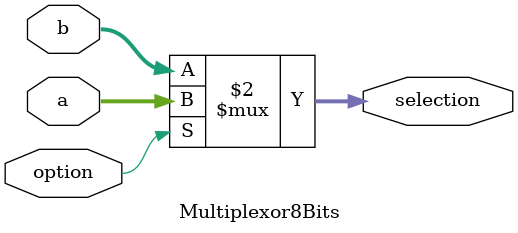
<source format=v>
`timescale 1ns / 1ps

module Multiplexor8Bits(
    input [7:0] a,
    input [7:0] b,
    input option,
	 output reg [7:0] selection
    );

	always @(a or b or option)
	begin
		selection <= option ? a : b;
	end

endmodule

</source>
